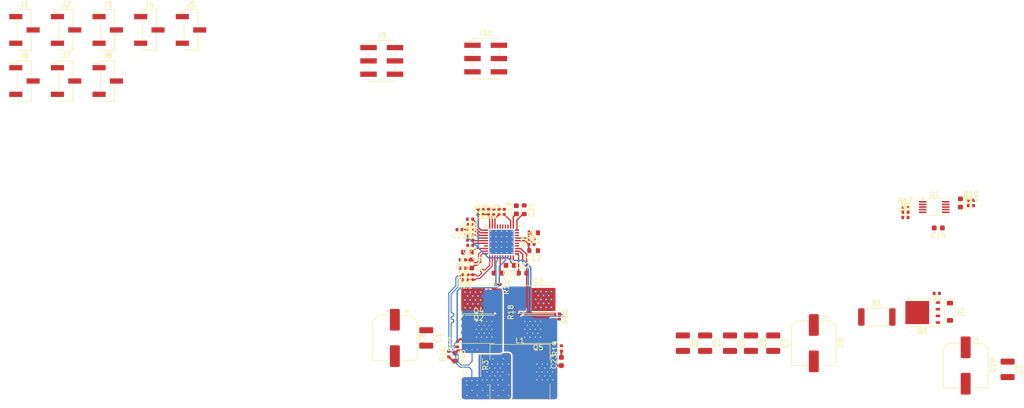
<source format=kicad_pcb>
(kicad_pcb (version 20240108) (generator "pcbnew") (generator_version "8.0")
  (layers (0 "F.Cu" signal) (31 "B.Cu" signal) (34 "B.Paste" user) (35 "F.Paste" user) (36 "B.SilkS" user "B.Silkscreen") (37 "F.SilkS" user "F.Silkscreen") (38 "B.Mask" user) (39 "F.Mask" user) (44 "Edge.Cuts" user))
  (net 0 "")
  (net 1 "GND")
  (net 2 "VBUS")
  (net 3 "/output_A/ISNSP")
  (net 4 "Net-(D1-A)")
  (net 5 "Net-(U2-EN{slash}UVLO)")
  (net 6 "+3V3")
  (net 7 "Net-(U1-Vin-)")
  (net 8 "Net-(U1-Vin+)")
  (net 9 "Net-(U2-HB1)")
  (net 10 "Net-(C18-Pad2)")
  (net 11 "Net-(U2-VCC1)")
  (net 12 "/output_A/VCC2")
  (net 13 "/output_A/BIAS")
  (net 14 "Net-(U2-HB2)")
  (net 15 "/output_A/SW2")
  (net 16 "Net-(C23-Pad2)")
  (net 17 "Net-(U2-ILIMCOMP{slash}ISET)")
  (net 18 "Net-(U2-CDC)")
  (net 19 "Net-(C27-Pad1)")
  (net 20 "Net-(U2-COMP)")
  (net 21 "/output_A/ATRK")
  (net 22 "Net-(D1-K)")
  (net 23 "Net-(J1-Pin_1)")
  (net 24 "Net-(J1-Pin_2)")
  (net 26 "/output_A/MODE")
  (net 27 "Net-(J4-Pin_2)")
  (net 28 "Net-(J4-Pin_1)")
  (net 29 "Net-(J4-Pin_3)")
  (net 30 "/output_A/SYNC")
  (net 31 "/output_A/SCL")
  (net 32 "/output_A/SDA")
  (net 33 "/output_A/DTRK")
  (net 34 "/output_A/RST")
  (net 35 "/output_A/HO1")
  (net 36 "/output_A/HO2")
  (net 37 "/output_A/LO1")
  (net 38 "/output_A/LO2")
  (net 39 "/output_A/DRV")
  (net 40 "Net-(U2-FB{slash}INT)")
  (net 41 "Net-(U2-VIN-FB)")
  (net 42 "Net-(U2-HO1)")
  (net 43 "Net-(U2-LO1)")
  (net 44 "Net-(U2-HO2)")
  (net 45 "Net-(U2-LO2)")
  (net 46 "/output_A/FLT")
  (net 47 "Net-(U2-CFG2)")
  (net 48 "Net-(U2-CFG1(ADDR{slash}SLOPE))")
  (net 49 "Net-(U2-RT)")
  (net 53 "/output_A/ISNS_P")
  (net 54 "/output_A/ISNS_N")
  (net 55 "/output_A/CS_P")
  (net 56 "/output_A/CS_N")
  (net 57 "/output_A/ISNSR_P")
  (net 58 "/output_A/CSR_P")
  (net 59 "/output_A/CSR_N")
  (net 60 "/output_A/ISNSR_N")
  (footprint "" (layer "F.Cu") (at 179.8 120.85)
    (property "Reference" "")
    (property "Value" "")
  )
  (footprint "Resistor_SMD:R_0402_1005Metric" (layer "F.Cu") (at 255.49 115.5 180)
    (property "Reference" "R4")
    (property "Value" "100R")
  )
  (footprint "" (layer "F.Cu") (at 179.3 121.6)
    (property "Reference" "")
    (property "Value" "")
  )
  (footprint "" (layer "F.Cu") (at 171.6 129)
    (property "Reference" "")
    (property "Value" "")
  )
  (footprint "Connector_PinHeader_2.54mm:PinHeader_1x03_P2.54mm_Vertical_SMD_Pin1Left" (layer "F.Cu") (at 89.23 65.19)
    (property "Reference" "J2")
    (property "Value" "Conn_01x03")
  )
  (footprint "Capacitor_SMD:C_0402_1005Metric" (layer "F.Cu") (at 172.9 99.925 90)
    (property "Reference" "C29")
    (property "Value" "47n")
  )
  (footprint "" (layer "F.Cu") (at 178.8 123.85)
    (property "Reference" "")
    (property "Value" "")
  )
  (footprint "" (layer "F.Cu") (at 179.15 129)
    (property "Reference" "")
    (property "Value" "")
  )
  (footprint "" (layer "F.Cu") (at 172.6 132)
    (property "Reference" "")
    (property "Value" "")
  )
  (footprint "Connector_PinHeader_2.54mm:PinHeader_2x03_P2.54mm_Vertical_SMD" (layer "F.Cu") (at 149.5 71.1)
    (property "Reference" "J9")
    (property "Value" "Conn_02x03_Odd_Even")
  )
  (footprint "" (layer "F.Cu") (at 165.75 126.25)
    (property "Reference" "")
    (property "Value" "")
  )
  (footprint "Resistor_SMD:R_0402_1005Metric" (layer "F.Cu") (at 183.8 126 90)
    (property "Reference" "R19")
    (property "Value" "3R")
  )
  (footprint "Capacitor_SMD:C_0603_1608Metric" (layer "F.Cu") (at 183.8 128.5 90)
    (property "Reference" "C23")
    (property "Value" "680p")
  )
  (footprint "" (layer "F.Cu") (at 170.55 120.85)
    (property "Reference" "")
    (property "Value" "")
  )
  (footprint "Capacitor_SMD:C_0603_1608Metric" (layer "F.Cu") (at 174 110.15 180)
    (property "Reference" "C20")
    (property "Value" "22u")
  )
  (footprint "" (layer "F.Cu") (at 180.9 116.65)
    (property "Reference" "")
    (property "Value" "")
  )
  (footprint "Resistor_SMD:R_0603_1608Metric" (layer "F.Cu") (at 165.875 107.625 180)
    (property "Reference" "C13")
    (property "Value" "100n 100V")
  )
  (footprint "" (layer "F.Cu") (at 172.1 131.25)
    (property "Reference" "")
    (property "Value" "")
  )
  (footprint "Package_TO_SOT_SMD:TDSON-8-1" (layer "F.Cu") (at 252.8 119.15 180)
    (property "Reference" "Q1")
    (property "Value" "BSC0702LS")
  )
  (footprint "" (layer "F.Cu") (at 178.9 118.15)
    (property "Reference" "")
    (property "Value" "")
  )
  (footprint "Capacitor_SMD:C_1210_3225Metric" (layer "F.Cu") (at 269 130 -90)
    (property "Reference" "C5")
    (property "Value" "10u 100V")
  )
  (footprint "" (layer "F.Cu") (at 171.1 131.25)
    (property "Reference" "")
    (property "Value" "")
  )
  (footprint "Capacitor_SMD:C_0402_1005Metric" (layer "F.Cu") (at 164.35 103.325 180)
    (property "Reference" "C27")
    (property "Value" "68n")
  )
  (footprint "" (layer "F.Cu") (at 169.55 120.85)
    (property "Reference" "")
    (property "Value" "")
  )
  (footprint "" (layer "F.Cu") (at 165.4 116.75)
    (property "Reference" "")
    (property "Value" "")
  )
  (footprint "" (layer "F.Cu") (at 178.8 122.35)
    (property "Reference" "")
    (property "Value" "")
  )
  (footprint "" (layer "F.Cu") (at 167.75 126.25)
    (property "Reference" "")
    (property "Value" "")
  )
  (footprint "Resistor_SMD:R_0402_1005Metric" (layer "F.Cu") (at 166.4 104.325)
    (property "Reference" "R6")
    (property "Value" "0R")
  )
  (footprint "" (layer "F.Cu") (at 171.6 132)
    (property "Reference" "")
    (property "Value" "")
  )
  (footprint "" (layer "F.Cu") (at 168.4 115.25)
    (property "Reference" "")
    (property "Value" "")
  )
  (footprint "Capacitor_SMD:C_0603_1608Metric" (layer "F.Cu") (at 260 98.225 -90)
    (property "Reference" "C16")
    (property "Value" "100n")
  )
  (footprint "Connector_PinHeader_2.54mm:PinHeader_1x03_P2.54mm_Vertical_SMD_Pin1Left" (layer "F.Cu") (at 97.18 74.94)
    (property "Reference" "J8")
    (property "Value" "Conn_01x03")
  )
  (footprint "Capacitor_SMD:C_1210_3225Metric" (layer "F.Cu") (at 207 125 -90)
    (property "Reference" "C2")
    (property "Value" "10u 100V")
  )
  (footprint "Capacitor_SMD:C_0603_1608Metric" (layer "F.Cu") (at 171.7 111.625 180)
    (property "Reference" "C17")
    (property "Value" "100n")
  )
  (footprint "" (layer "F.Cu") (at 178.9 115.15)
    (property "Reference" "")
    (property "Value" "")
  )
  (footprint "Connector_PinHeader_2.54mm:PinHeader_2x03_P2.54mm_Vertical_SMD" (layer "F.Cu") (at 169.35 70.65)
    (property "Reference" "J10")
    (property "Value" "Conn_02x03_Odd_Even")
  )
  (footprint "" (layer "F.Cu") (at 170.05 121.6)
    (property "Reference" "")
    (property "Value" "")
  )
  (footprint "Resistor_SMD:R_0603_1608Metric" (layer "F.Cu") (at 176.7 99.525 -90)
    (property "Reference" "C21")
    (property "Value" "100n 100V")
  )
  (footprint "Resistor_SMD:R_0402_1005Metric" (layer "F.Cu") (at 178.1 105.125)
    (property "Reference" "R5")
    (property "Value" "30.9k")
  )
  (footprint "" (layer "F.Cu") (at 168.55 120.85)
    (property "Reference" "")
    (property "Value" "")
  )
  (footprint "" (layer "F.Cu") (at 180.4 115.9)
    (property "Reference" "")
    (property "Value" "")
  )
  (footprint "Package_TO_SOT_SMD:TDSON-8-1" (layer "F.Cu") (at 168 122.35)
    (property "Reference" "Q4")
    (property "Value" "BSC0702LS")
  )
  (footprint "Capacitor_SMD:C_0603_1608Metric" (layer "F.Cu") (at 176.4 111.625)
    (property "Reference" "C22")
    (property "Value" "100n")
  )
  (footprint "" (layer "F.Cu") (at 182.15 132)
    (property "Reference" "")
    (property "Value" "")
  )
  (footprint "Capacitor_SMD:C_0402_1005Metric" (layer "F.Cu") (at 166.37 102.325 180)
    (property "Reference" "C28")
    (property "Value" "47p")
  )
  (footprint "" (layer "F.Cu") (at 166.4 115.25)
    (property "Reference" "")
    (property "Value" "")
  )
  (footprint "Inductor_SMD:L_Changjiang_FXL1050" (layer "F.Cu") (at 175.9 130.5)
    (property "Reference" "L1")
    (property "Value" "2.2u")
  )
  (footprint "" (layer "F.Cu") (at 171.1 129.75)
    (property "Reference" "")
    (property "Value" "")
  )
  (footprint "" (layer "F.Cu") (at 170.1 129.75)
    (property "Reference" "")
    (property "Value" "")
  )
  (footprint "" (layer "F.Cu") (at 170.6 130.5)
    (property "Reference" "")
    (property "Value" "")
  )
  (footprint "" (layer "F.Cu") (at 179.65 129.75)
    (property "Reference" "")
    (property "Value" "")
  )
  (footprint "Resistor_SMD:R_0402_1005Metric" (layer "F.Cu") (at 175.3 119.1 90)
    (property "Reference" "R18")
    (property "Value" "3R")
  )
  (footprint "" (layer "F.Cu") (at 181.15 130.5)
    (property "Reference" "")
    (property "Value" "")
  )
  (footprint "" (layer "F.Cu") (at 179.3 123.1)
    (property "Reference" "")
    (property "Value" "")
  )
  (footprint "" (layer "F.Cu") (at 167.9 116)
    (property "Reference" "")
    (property "Value" "")
  )
  (footprint "" (layer "F.Cu") (at 181.4 115.9)
    (property "Reference" "")
    (property "Value" "")
  )
  (footprint "" (layer "F.Cu") (at 180.65 129.75)
    (property "Reference" "")
    (property "Value" "")
  )
  (footprint "" (layer "F.Cu") (at 170.6 132)
    (property "Reference" "")
    (property "Value" "")
  )
  (footprint "" (layer "F.Cu") (at 180.9 115.15)
    (property "Reference" "")
    (property "Value" "")
  )
  (footprint "Resistor_SMD:R_2512_6332Metric" (layer "F.Cu") (at 244.0375 120)
    (property "Reference" "R1")
    (property "Value" "0.010R")
  )
  (footprint "" (layer "F.Cu") (at 180.15 132)
    (property "Reference" "")
    (property "Value" "")
  )
  (footprint "" (layer "F.Cu") (at 177.3 121.6)
    (property "Reference" "")
    (property "Value" "")
  )
  (footprint "Resistor_SMD:R_0402_1005Metric" (layer "F.Cu") (at 249.49 101)
    (property "Reference" "R11")
    (property "Value" "6.98k")
  )
  (footprint "" (layer "F.Cu") (at 179.8 123.85)
    (property "Reference" "")
    (property "Value" "")
  )
  (footprint "Package_SO:VSSOP-10_3x3mm_P0.5mm" (layer "F.Cu") (at 255 99)
    (property "Reference" "U1")
    (property "Value" "INA226")
  )
  (footprint "" (layer "F.Cu") (at 170.6 129)
    (property "Reference" "")
    (property "Value" "")
  )
  (footprint "" (layer "F.Cu") (at 177.8 122.35)
    (property "Reference" "")
    (property "Value" "")
  )
  (footprint "" (layer "F.Cu") (at 179.4 117.4)
    (property "Reference" "")
    (property "Value" "")
  )
  (footprint "Package_TO_SOT_SMD:TDSON-8-1" (layer "F.Cu") (at 179.355 122.345 180)
    (property "Reference" "Q5")
    (property "Value" "BSC0702LS")
  )
  (footprint "" (layer "F.Cu") (at 167.4 115.25)
    (property "Reference" "")
    (property "Value" "")
  )
  (footprint "Resistor_SMD:R_0402_1005Metric" (layer "F.Cu") (at 163.95 125.2 90)
    (property "Reference" "R17")
    (property "Value" "3R")
  )
  (footprint "" (layer "F.Cu") (at 177.3 123.1)
    (property "Reference" "")
    (property "Value" "")
  )
  (footprint "" (layer "F.Cu") (at 177.8 120.85)
    (property "Reference" "")
    (property "Value" "")
  )
  (footprint "Resistor_SMD:R_0402_1005Metric" (layer "F.Cu") (at 171.9 99.935 90)
    (property "Reference" "R26")
    (property "Value" "2.7k")
  )
  (footprint "" (layer "F.Cu") (at 172.6 129)
    (property "Reference" "")
    (property "Value" "")
  )
  (footprint "" (layer "F.Cu") (at 165.4 115.25)
    (property "Reference" "")
    (property "Value" "")
  )
  (footprint "" (layer "F.Cu") (at 178.9 116.65)
    (property "Reference" "")
    (property "Value" "")
  )
  (footprint "" (layer "F.Cu") (at 172.1 129.75)
    (property "Reference" "")
    (property "Value" "")
  )
  (footprint "" (layer "F.Cu") (at 169.55 122.35)
    (property "Reference" "")
    (property "Value" "")
  )
  (footprint "" (layer "F.Cu") (at 169.05 121.6)
    (property "Reference" "")
    (property "Value" "")
  )
  (footprint "Package_TO_SOT_SMD:TDSON-8-1" (layer "F.Cu") (at 179.35 116.65)
    (property "Reference" "Q3")
    (property "Value" "BSC0702LS")
  )
  (footprint "" (layer "F.Cu") (at 180.65 131.25)
    (property "Reference" "")
    (property "Value" "")
  )
  (footprint "" (layer "F.Cu") (at 167.4 118.25)
    (property "Reference" "")
    (property "Value" "")
  )
  (footprint "Resistor_SMD:R_0402_1005Metric" (layer "F.Cu") (at 172.1 114.3 -90)
    (property "Reference" "R15")
    (property "Value" "3R")
  )
  (footprint "" (layer "F.Cu") (at 181.4 117.4)
    (property "Reference" "")
    (property "Value" "")
  )
  (footprint "Package_DFN_QFN:QFN-40-1EP_6x6mm_P0.5mm_EP4.6x4.6mm_ThermalVias" (layer "F.Cu") (at 172.3625 105.675 -90)
    (property "Reference" "U2")
    (property "Value" "LM51772RHAR")
  )
  (footprint "" (layer "F.Cu") (at 167.9 117.5)
    (property "Reference" "")
    (property "Value" "")
  )
  (footprint "" (layer "F.Cu") (at 167.55 122.35)
    (property "Reference" "")
    (property "Value" "")
  )
  (footprint "Resistor_SMD:R_0402_1005Metric" (layer "F.Cu") (at 169.9 99.935 90)
    (property "Reference" "R25")
    (property "Value" "40.2k")
  )
  (footprint "Resistor_SMD:R_0402_1005Metric" (layer "F.Cu") (at 165.41 112.875 180)
    (property "Reference" "R21")
    (property "Value" "10R")
  )
  (footprint "Resistor_SMD:R_0402_1005Metric" (layer "F.Cu") (at 178.09 106.125)
    (property "Reference" "R2")
    (property "Value" "75k")
  )
  (footprint "" (layer "F.Cu") (at 176.8 123.85)
    (property "Reference" "")
    (property "Value" "")
  )
  (footprint "Resistor_SMD:R_0402_1005Metric" (layer "F.Cu") (at 262 97.725)
    (property "Reference" "R10")
    (property "Value" "10R")
  )
  (footprint "" (layer "F.Cu") (at 166.75 126.25)
    (property "Reference" "")
    (property "Value" "")
  )
  (footprint "" (layer "F.Cu") (at 165.9 117.5)
    (property "Reference" "")
    (property "Value" "")
  )
  (footprint "Resistor_SMD:R_2512_6332Metric" (layer "F.Cu") (at 166.7 129.2 -90)
    (property "Reference" "R3")
    (property "Value" "0.003R")
  )
  (footprint "" (layer "F.Cu") (at 168.55 122.35)
    (property "Reference" "")
    (property "Value" "")
  )
  (footprint "Resistor_SMD:R_0402_1005Metric" (layer "F.Cu") (at 167.9 99.95 -90)
    (property "Reference" "R22")
    (property "Value" "6.98k")
  )
  (footprint "Capacitor_SMD:C_1210_3225Metric" (layer "F.Cu") (at 224.25 125 -90)
    (property "Reference" "C7")
    (property "Value" "10u 100V")
  )
  (footprint "" (layer "F.Cu") (at 182.15 129)
    (property "Reference" "")
    (property "Value" "")
  )
  (footprint "" (layer "F.Cu") (at 181.15 129)
    (property "Reference" "")
    (property "Value" "")
  )
  (footprint "" (layer "F.Cu") (at 176.8 120.85)
    (property "Reference" "")
    (property "Value" "")
  )
  (footprint "" (layer "F.Cu") (at 181.9 115.15)
    (property "Reference" "")
    (property "Value" "")
  )
  (footprint "Capacitor_SMD:C_1210_3225Metric" (layer "F.Cu") (at 220 125 -90)
    (property "Reference" "C8")
    (property "Value" "10u 100V")
  )
  (footprint "" (layer "F.Cu") (at 177.8 123.85)
    (property "Reference" "")
    (property "Value" "")
  )
  (footprint "" (layer "F.Cu") (at 168.4 118.25)
    (property "Reference" "")
    (property "Value" "")
  )
  (footprint "Resistor_SMD:R_0603_1608Metric" (layer "F.Cu") (at 178.5 103.925 180)
    (property "Reference" "C11")
    (property "Value" "100n 100V")
  )
  (footprint "" (layer "F.Cu") (at 181.65 131.25)
    (property "Reference" "")
    (property "Value" "")
  )
  (footprint "Capacitor_SMD:C_0402_1005Metric" (layer "F.Cu") (at 166.9 112.4 90)
    (property "Reference" "C24")
    (property "Value" "120p")
  )
  (footprint "" (layer "F.Cu") (at 179.9 118.15)
    (property "Reference" "")
    (property "Value" "")
  )
  (footprint "Diode_SMD:D_SOD-123" (layer "F.Cu") (at 258 119 -90)
    (property "Reference" "D1")
    (property "Value" "15V")
  )
  (footprint "Capacitor_SMD:C_0603_1608Metric" (layer "F.Cu") (at 166.675 109.875 -90)
    (property "Reference" "C15")
    (property "Value" "100n")
  )
  (footprint "Resistor_SMD:R_0402_1005Metric" (layer "F.Cu") (at 249.49 100)
    (property "Reference" "R8")
    (property "Value" "6.98k")
  )
  (footprint "" (layer "F.Cu") (at 169.6 132)
    (property "Reference" "")
    (property "Value" "")
  )
  (footprint "Connector_PinHeader_2.54mm:PinHeader_1x03_P2.54mm_Vertical_SMD_Pin1Left" (layer "F.Cu") (at 97.18 65.19)
    (property "Reference" "J3")
    (property "Value" "Conn_01x03")
  )
  (footprint "" (layer "F.Cu") (at 168.4 116.75)
    (property "Reference" "")
    (property "Value" "")
  )
  (footprint "Resistor_SMD:R_0402_1005Metric" (layer "F.Cu") (at 249.49 99)
    (property "Reference" "R12")
    (property "Value" "6.98k")
  )
  (footprint "" (layer "F.Cu") (at 172.6 130.5)
    (property "Reference" "")
    (property "Value" "")
  )
  (footprint "" (layer "F.Cu") (at 167.55 120.85)
    (property "Reference" "")
    (property "Value" "")
  )
  (footprint "" (layer "F.Cu") (at 178.3 121.6)
    (property "Reference" "")
    (property "Value" "")
  )
  (footprint "" (layer "F.Cu") (at 180.15 129)
    (property "Reference" "")
    (property "Value" "")
  )
  (footprint "Resistor_SMD:R_0402_1005Metric" (layer "F.Cu") (at 164.975 110.675 180)
    (property "Reference" "R9")
    (property "Value" "0R")
  )
  (footprint "Capacitor_SMD:CP_Elec_8x11.9" (layer "F.Cu") (at 261 129.27 -90)
    (property "Reference" "C10")
    (property "Value" "39u 50V")
  )
  (footprint "" (layer "F.Cu") (at 165.7 132.15)
    (property "Reference" "")
    (property "Value" "")
  )
  (footprint "Capacitor_SMD:CP_Elec_8x11.9" (layer "F.Cu") (at 232 125 -90)
    (property "Reference" "C9")
    (property "Value" "39u 50V")
  )
  (footprint "" (layer "F.Cu") (at 181.9 118.15)
    (property "Reference" "")
    (property "Value" "")
  )
  (footprint "" (layer "F.Cu") (at 179.4 115.9)
    (property "Reference" "")
    (property "Value" "")
  )
  (footprint "" (layer "F.Cu") (at 169.6 129)
    (property "Reference" "")
    (property "Value" "")
  )
  (footprint "" (layer "F.Cu") (at 179.8 122.35)
    (property "Reference" "")
    (property "Value" "")
  )
  (footprint "" (layer "F.Cu") (at 167.55 123.85)
    (property "Reference" "")
    (property "Value" "")
  )
  (footprint "Capacitor_SMD:C_0603_1608Metric" (layer "F.Cu") (at 163.5 127.65 -90)
    (property "Reference" "C18")
    (property "Value" "680p")
  )
  (footprint "Connector_PinHeader_2.54mm:PinHeader_1x03_P2.54mm_Vertical_SMD_Pin1Left" (layer "F.Cu") (at 105.13 65.19)
    (property "Reference" "J4")
    (property "Value" "Conn_01x03")
  )
  (footprint "Resistor_SMD:R_0402_1005Metric" (layer "F.Cu") (at 166.38 103.325 180)
    (property "Reference" "R24")
    (property "Value" "6.98k")
  )
  (footprint "" (layer "F.Cu") (at 167.7 132.15)
    (property "Reference" "")
    (property "Value" "")
  )
  (footprint "" (layer "F.Cu") (at 178.8 120.85)
    (property "Reference" "")
    (property "Value" "")
  )
  (footprint "Resistor_SMD:R_0402_1005Metric" (layer "F.Cu") (at 164.975 109.075 180)
    (property "Reference" "R13")
    (property "Value" "0R")
  )
  (footprint "Connector_PinHeader_2.54mm:PinHeader_1x03_P2.54mm_Vertical_SMD_Pin1Left" (layer "F.Cu") (at 113.08 65.19)
    (property "Reference" "J5")
    (property "Value" "Conn_01x03")
  )
  (footprint "Resistor_SMD:R_0402_1005Metric" (layer "F.Cu") (at 162.3 127.1 90)
    (property "Reference" "R16")
    (property "Value" "3R")
  )
  (footprint "Package_TO_SOT_SMD:TDSON-8-1" (layer "F.Cu") (at 168 116.695 180)
    (property "Reference" "Q2")
    (property "Value" "BSC0702LS")
  )
  (footprint "" (layer "F.Cu") (at 167.4 116.75)
    (property "Reference" "")
    (property "Value" "")
  )
  (footprint "" (layer "F.Cu") (at 179.9 115.15)
    (property "Reference" "")
    (property "Value" "")
  )
  (footprint "Resistor_SMD:R_0402_1005Metric" (layer "F.Cu") (at 170.9 99.935 90)
    (property "Reference" "R27")
    (property "Value" "0R")
  )
  (footprint "" (layer "F.Cu") (at 169.6 130.5)
    (property "Reference" "")
    (property "Value" "")
  )
  (footprint "" (layer "F.Cu") (at 170.55 123.85)
    (property "Reference" "")
    (property "Value" "")
  )
  (footprint "" (layer "F.Cu") (at 179.65 131.25)
    (property "Reference" "")
    (property "Value" "")
  )
  (footprint "" (layer "F.Cu") (at 180.4 117.4)
    (property "Reference" "")
    (property "Value" "")
  )
  (footprint "" (layer "F.Cu") (at 168.05 123.1)
    (property "Reference" "")
    (property "Value" "")
  )
  (footprint "Resistor_SMD:R_0402_1005Metric" (layer "F.Cu") (at 183.4 119.9 -90)
    (property "Reference" "R20")
    (property "Value" "3R")
  )
  (footprint "" (layer "F.Cu") (at 180.9 118.15)
    (property "Reference" "")
    (property "Value" "")
  )
  (footprint "Capacitor_SMD:C_0402_1005Metric" (layer "F.Cu") (at 166.395 106.325 180)
    (property "Reference" "C25")
    (property "Value" "100p")
  )
  (footprint "" (layer "F.Cu") (at 168.55 123.85)
    (property "Reference" "")
    (property "Value" "")
  )
  (footprint "Connector_PinHeader_2.54mm:PinHeader_1x03_P2.54mm_Vertical_SMD_Pin1Left" (layer "F.Cu") (at 89.23 74.94)
    (property "Reference" "J7")
    (property "Value" "Conn_01x03")
  )
  (footprint "" (layer "F.Cu") (at 181.15 132)
    (property "Reference" "")
    (property "Value" "")
  )
  (footprint "Resistor_SMD:R_0402_1005Metric" (layer "F.Cu") (at 166.36 101.325 180)
    (property "Reference" "R28")
    (property "Value" "30.9k")
  )
  (footprint "" (layer "F.Cu") (at 179.15 130.5)
    (property "Reference" "")
    (property "Value" "")
  )
  (footprint "" (layer "F.Cu") (at 180.15 130.5)
    (property "Reference" "")
    (property "Value" "")
  )
  (footprint "" (layer "F.Cu") (at 179.9 116.65)
    (property "Reference" "")
    (property "Value" "")
  )
  (footprint "Capacitor_SMD:C_0603_1608Metric" (layer "F.Cu") (at 175.2 99.525 90)
    (property "Reference" "C19")
    (property "Value" "22u")
  )
  (footprint "" (layer "F.Cu") (at 178.3 123.1)
    (property "Reference" "")
    (property "Value" "")
  )
  (footprint "Capacitor_SMD:CP_Elec_8x11.9" (layer "F.Cu") (at 152 124 -90)
    (property "Reference" "C6")
    (property "Value" "39u 50V")
  )
  (footprint "Resistor_SMD:R_0603_1608Metric" (layer "F.Cu") (at 178.5 107.325 180)
    (property "Reference" "C12")
    (property "Value" "100n 100V")
  )
  (footprint "" (layer "F.Cu") (at 165.4 118.25)
    (property "Reference" "")
    (property "Value" "")
  )
  (footprint "Connector_PinHeader_2.54mm:PinHeader_1x03_P2.54mm_Vertical_SMD_Pin1Left" (layer "F.Cu") (at 81.28 74.94)
    (property "Reference" "J6")
    (property "Value" "Conn_01x03")
  )
  (footprint "" (layer "F.Cu") (at 170.55 122.35)
    (property "Reference" "")
    (property "Value" "")
  )
  (footprint "" (layer "F.Cu") (at 170.05 123.1)
    (property "Reference" "")
    (property "Value" "")
  )
  (footprint "Capacitor_SMD:C_0603_1608Metric" (layer "F.Cu") (at 255.775 103 180)
    (property "Reference" "C14")
    (property "Value" "100n")
  )
  (footprint "" (layer "F.Cu") (at 182.15 130.5)
    (property "Reference" "")
    (property "Value" "")
  )
  (footprint "Capacitor_SMD:C_1210_3225Metric" (layer "F.Cu") (at 216 125 -90)
    (property "Reference" "C4")
    (property "Value" "10u 100V")
  )
  (footprint "" (layer "F.Cu") (at 171.6 130.5)
    (property "Reference" "")
    (property "Value" "")
  )
  (footprint "" (layer "F.Cu") (at 181.65 129.75)
    (property "Reference" "")
    (property "Value" "")
  )
  (footprint "" (layer "F.Cu") (at 166.4 118.25)
    (property "Reference" "")
    (property "Value" "")
  )
  (footprint "Resistor_SMD:R_0402_1005Metric" (layer "F.Cu") (at 262 98.725)
    (property "Reference" "R14")
    (property "Value" "10R")
  )
  (footprint "Resistor_SMD:R_0402_1005Metric" (layer "F.Cu") (at 166.4 105.325)
    (property "Reference" "R7")
    (property "Value" "0R")
  )
  (footprint "" (layer "F.Cu") (at 166.9 116)
    (property "Reference" "")
    (property "Value" "")
  )
  (footprint "Resistor_SMD:R_0402_1005Metric" (layer "F.Cu") (at 165.41 111.92 180)
    (property "Reference" "R23")
    (property "Value" "10R")
  )
  (footprint "" (layer "F.Cu") (at 169.55 123.85)
    (property "Reference" "")
    (property "Value" "")
  )
  (footprint "Connector_PinHeader_2.54mm:PinHeader_1x03_P2.54mm_Vertical_SMD_Pin1Left" (layer "F.Cu") (at 81.28 65.19)
    (property "Reference" "J1")
    (property "Value" "Conn_01x03")
  )
  (footprint "" (layer "F.Cu") (at 181.9 116.65)
    (property "Reference" "")
    (property "Value" "")
  )
  (footprint "Capacitor_SMD:C_1210_3225Metric" (layer "F.Cu") (at 158 124 -90)
    (property "Reference" "C1")
    (property "Value" "10u 100V")
  )
  (footprint "" (layer "F.Cu") (at 166.7 132.15)
    (property "Reference" "")
    (property "Value" "")
  )
  (footprint "" (layer "F.Cu") (at 179.15 132)
    (property "Reference" "")
    (property "Value" "")
  )
  (footprint "" (layer "F.Cu") (at 168.05 121.6)
    (property "Reference" "")
    (property "Value" "")
  )
  (footprint "" (layer "F.Cu") (at 166.4 116.75)
    (property "Reference" "")
    (property "Value" "")
  )
  (footprint "Capacitor_SMD:C_0402_1005Metric" (layer "F.Cu") (at 168.9 99.925 90)
    (property "Reference" "C26")
    (property "Value" "56p")
  )
  (footprint "Capacitor_SMD:C_1210_3225Metric" (layer "F.Cu") (at 211.25 125 -90)
    (property "Reference" "C3")
    (property "Value" "10u 100V")
  )
  (footprint "" (layer "F.Cu") (at 176.8 122.35)
    (property "Reference" "")
    (property "Value" "")
  )
  (footprint "" (layer "F.Cu") (at 166.9 117.5)
    (property "Reference" "")
    (property "Value" "")
  )
  (footprint "" (layer "F.Cu") (at 170.1 131.25)
    (property "Reference" "")
    (property "Value" "")
  )
  (footprint "" (layer "F.Cu") (at 165.9 116)
    (property "Reference" "")
    (property "Value" "")
  )
  (footprint "" (layer "F.Cu") (at 169.05 123.1)
    (property "Reference" "")
    (property "Value" "")
  )
  (segment (start 177.58 106.125) (end 176.88 105.425) (width 0.254) (layer "F.Cu") (net 2))
  (segment (start 177.58 106.125) (end 177.58 107.23) (width 0.254) (layer "F.Cu") (net 2))
  (segment (start 177.58 107.23) (end 177.675 107.325) (width 0.254) (layer "F.Cu") (net 2))
  (segment (start 176.88 105.425) (end 175.3 105.425) (width 0.254) (layer "F.Cu") (net 2))
  (segment (start 177.39 104.925) (end 175.3125 104.925) (width 0.254) (layer "F.Cu") (net 5))
  (segment (start 177.59 105.125) (end 177.39 104.925) (width 0.254) (layer "F.Cu") (net 5))
  (segment (start 177.59 104.01) (end 177.675 103.925) (width 0.254) (layer "F.Cu") (net 5))
  (segment (start 177.59 105.125) (end 177.6 105.125) (width 0.254) (layer "F.Cu") (net 5))
  (segment (start 177.6 105.125) (end 178.6 106.125) (width 0.254) (layer "F.Cu") (net 5))
  (segment (start 177.59 105.125) (end 177.59 104.01) (width 0.254) (layer "F.Cu") (net 5))
  (segment (start 172.1125 111.2625) (end 172.1125 108.6125) (width 0.254) (layer "F.Cu") (net 9))
  (segment (start 172.475 111.625) (end 172.1125 111.2625) (width 0.254) (layer "F.Cu") (net 9))
  (segment (start 163.5 128.425) (end 163.115 128.425) (width 0.381) (layer "F.Cu") (net 10))
  (segment (start 163.115 128.425) (end 162.3 127.61) (width 0.381) (layer "F.Cu") (net 10))
  (segment (start 174.6125 100.8875) (end 175.2 100.3) (width 0.254) (layer "F.Cu") (net 11))
  (segment (start 174.6125 102.7375) (end 174.6125 100.8875) (width 0.254) (layer "F.Cu") (net 11))
  (segment (start 174.1125 109.4875) (end 174.775 110.15) (width 0.254) (layer "F.Cu") (net 12))
  (segment (start 174.1125 109.2) (end 174.1125 108.6125) (width 0.254) (layer "F.Cu") (net 12))
  (segment (start 165.45 104.3) (end 165.865 104.3) (width 0.254) (layer "F.Cu") (net 12))
  (segment (start 167.9 99.44) (end 167.9 99.84) (width 0.254) (layer "F.Cu") (net 12))
  (segment (start 165.865 104.3) (end 165.89 104.325) (width 0.254) (layer "F.Cu") (net 12))
  (segment (start 174.1125 109.2) (end 174.1125 109.4875) (width 0.254) (layer "F.Cu") (net 12))
  (via (at 165.45 104.3) (size 0.3) (drill 0.15) (layers "F.Cu" "B.Cu") (net 12))
  (via (at 167.9 99.84) (size 0.3) (drill 0.15) (layers "F.Cu" "B.Cu") (net 12))
  (via (at 174.1125 109.2) (size 0.3) (drill 0.15) (layers "F.Cu" "B.Cu") (net 12))
  (segment (start 169.85 108.7) (end 168.025 106.875) (width 0.254) (layer "B.Cu") (net 12))
  (segment (start 173.6125 108.7) (end 169.85 108.7) (width 0.254) (layer "B.Cu") (net 12))
  (segment (start 167.9 99.84) (end 167.9 106.75) (width 0.254) (layer "B.Cu") (net 12))
  (segment (start 167.9 106.75) (end 168.025 106.875) (width 0.254) (layer "B.Cu") (net 12))
  (segment (start 168.025 106.875) (end 165.45 104.3) (width 0.254) (layer "B.Cu") (net 12))
  (segment (start 174.1125 109.2) (end 173.6125 108.7) (width 0.254) (layer "B.Cu") (net 12))
  (segment (start 176.4625 100.35) (end 176.7 100.35) (width 0.254) (layer "F.Cu") (net 13))
  (segment (start 175.3125 101.5) (end 176.4625 100.35) (width 0.254) (layer "F.Cu") (net 13))
  (segment (start 175.3 103.425) (end 175.3125 103.4125) (width 0.254) (layer "F.Cu") (net 13))
  (segment (start 175.3125 103.4125) (end 175.3125 101.5) (width 0.254) (layer "F.Cu") (net 13))
  (segment (start 175.625 108.25) (end 175.3 107.925) (width 0.254) (layer "F.Cu") (net 14))
  (segment (start 175.625 111.625) (end 175.625 108.25) (width 0.254) (layer "F.Cu") (net 14))
  (segment (start 181.875 129.275) (end 180.65 130.5) (width 0.381) (layer "F.Cu") (net 15))
  (segment (start 177.175 111.625) (end 177.175 108.0625) (width 0.254) (layer "F.Cu") (net 15))
  (segment (start 176.855 114.745) (end 176.45 114.745) (width 0.254) (layer "F.Cu") (net 15))
  (segment (start 177.175 114.425) (end 176.855 114.745) (width 0.254) (layer "F.Cu") (net 15))
  (segment (start 177.175 108.0625) (end 176.0375 106.925) (width 0.254) (layer "F.Cu") (net 15))
  (segment (start 179.525 121.125) (end 178.3 122.35) (width 0.381) (layer "F.Cu") (net 15))
  (segment (start 177.175 111.625) (end 177.175 114.425) (width 0.254) (layer "F.Cu") (net 15))
  (segment (start 183.8 129.275) (end 181.675 129.275) (width 0.381) (layer "F.Cu") (net 15))
  (segment (start 176.0375 106.925) (end 175.3 106.925) (width 0.254) (layer "F.Cu") (net 15))
  (segment (start 183.8 126.51) (end 183.8 127.725) (width 0.381) (layer "F.Cu") (net 16))
  (segment (start 166.875 106.325) (end 167.275 105.925) (width 0.254) (layer "F.Cu") (net 17))
  (segment (start 167.275 105.925) (end 169.425 105.925) (width 0.254) (layer "F.Cu") (net 17))
  (segment (start 169.86 100.405) (end 169.9 100.445) (width 0.254) (layer "F.Cu") (net 18))
  (segment (start 170.1125 100.6575) (end 169.9 100.445) (width 0.254) (layer "F.Cu") (net 18))
  (segment (start 168.9 100.405) (end 169.86 100.405) (width 0.254) (layer "F.Cu") (net 18))
  (segment (start 170.1125 102.7375) (end 170.1125 100.6575) (width 0.254) (layer "F.Cu") (net 18))
  (segment (start 165.87 103.325) (end 164.83 103.325) (width 0.254) (layer "F.Cu") (net 19))
  (segment (start 169.425 104.425) (end 168.195448 104.425) (width 0.254) (layer "F.Cu") (net 20))
  (segment (start 167.095448 103.325) (end 166.89 103.325) (width 0.254) (layer "F.Cu") (net 20))
  (segment (start 168.195448 104.425) (end 167.095448 103.325) (width 0.254) (layer "F.Cu") (net 20))
  (segment (start 174.1125 101.6175) (end 174.1125 102.7375) (width 0.254) (layer "F.Cu") (net 21))
  (segment (start 172.9 100.405) (end 174.1125 101.6175) (width 0.254) (layer "F.Cu") (net 21))
  (segment (start 172.08 114.79) (end 172.1 114.81) (width 0.381) (layer "F.Cu") (net 35))
  (segment (start 170.9 114.79) (end 172.08 114.79) (width 0.381) (layer "F.Cu") (net 35))
  (segment (start 176.415 118.59) (end 176.45 118.555) (width 0.381) (layer "F.Cu") (net 36))
  (segment (start 175.3 118.59) (end 176.415 118.59) (width 0.381) (layer "F.Cu") (net 36))
  (segment (start 165.1 124.255) (end 164.385 124.255) (width 0.381) (layer "F.Cu") (net 37))
  (segment (start 164.385 124.255) (end 163.95 124.69) (width 0.381) (layer "F.Cu") (net 37))
  (segment (start 182.255 120.44) (end 183.37 120.44) (width 0.381) (layer "F.Cu") (net 38))
  (segment (start 183.37 120.44) (end 183.4 120.41) (width 0.381) (layer "F.Cu") (net 38))
  (segment (start 167.453396 104.325) (end 168.053396 104.925) (width 0.254) (layer "F.Cu") (net 40))
  (segment (start 166.91 104.325) (end 167.453396 104.325) (width 0.254) (layer "F.Cu") (net 40))
  (segment (start 168.053396 104.925) (end 169.425 104.925) (width 0.254) (layer "F.Cu") (net 40))
  (segment (start 166.91 105.325) (end 167.01 105.425) (width 0.254) (layer "F.Cu") (net 41))
  (segment (start 167.01 105.425) (end 169.425 105.425) (width 0.254) (layer "F.Cu") (net 41))
  (segment (start 171.31 113.79) (end 171.3 113.8) (width 0.381) (layer "F.Cu") (net 42))
  (segment (start 171.6125 108.6125) (end 171.6125 109.2) (width 0.254) (layer "F.Cu") (net 42))
  (segment (start 172.1 113.79) (end 171.31 113.79) (width 0.381) (layer "F.Cu") (net 42))
  (via (at 171.3 113.8) (size 0.6) (drill 0.2) (layers "F.Cu" "B.Cu") (net 42))
  (via (at 171.6125 109.2) (size 0.3) (drill 0.15) (layers "F.Cu" "B.Cu") (net 42))
  (segment (start 171.6 109.2) (end 171.3 109.5) (width 0.254) (layer "B.Cu") (net 42))
  (segment (start 171.3 109.5) (end 171.3 113.8) (width 0.254) (layer "B.Cu") (net 42))
  (segment (start 171.6125 109.2) (end 171.6 109.2) (width 0.254) (layer "B.Cu") (net 42))
  (segment (start 163.95 125.71) (end 163.95 125.685704) (width 0.254) (layer "F.Cu") (net 43))
  (segment (start 163.36 125.71) (end 163.95 125.71) (width 0.254) (layer "F.Cu") (net 43))
  (segment (start 173.1125 108.6125) (end 173.1125 109.2) (width 0.254) (layer "F.Cu") (net 43))
  (segment (start 163.35 125.7) (end 163.36 125.71) (width 0.254) (layer "F.Cu") (net 43))
  (via (at 173.1125 109.2) (size 0.3) (drill 0.15) (layers "F.Cu" "B.Cu") (net 43))
  (via (at 163.35 125.7) (size 0.6) (drill 0.2) (layers "F.Cu" "B.Cu") (net 43))
  (segment (start 163.9 124.708794) (end 163.9 115.05) (width 0.254) (layer "B.Cu") (net 43))
  (segment (start 171.559712 114.427) (end 171.95 114.036712) (width 0.254) (layer "B.Cu") (net 43))
  (segment (start 163.35 125.258794) (end 163.9 124.708794) (width 0.254) (layer "B.Cu") (net 43))
  (segment (start 164.523 114.427) (end 171.559712 114.427) (width 0.254) (layer "B.Cu") (net 43))
  (segment (start 171.95 114.036712) (end 171.95 110.3625) (width 0.254) (layer "B.Cu") (net 43))
  (segment (start 163.35 125.7) (end 163.35 125.258794) (width 0.254) (layer "B.Cu") (net 43))
  (segment (start 171.95 110.3625) (end 173.1125 109.2) (width 0.254) (layer "B.Cu") (net 43))
  (segment (start 163.9 115.05) (end 164.523 114.427) (width 0.254) (layer "B.Cu") (net 43))
  (segment (start 175.3 119.61) (end 175.793287 119.61) (width 0.381) (layer "F.Cu") (net 44))
  (segment (start 175.793287 119.61) (end 176.099729 119.303558) (width 0.381) (layer "F.Cu") (net 44))
  (segment (start 175.765068 107.425) (end 175.3 107.425) (width 0.254) (layer "F.Cu") (net 44))
  (segment (start 176.4125 108.072432) (end 175.765068 107.425) (width 0.254) (layer "F.Cu") (net 44))
  (segment (start 176.4125 109.677) (end 176.4125 108.072432) (width 0.254) (layer "F.Cu") (net 44))
  (via (at 176.099729 119.303558) (size 0.6) (drill 0.2) (layers "F.Cu" "B.Cu") (net 44))
  (via (at 176.4125 109.677) (size 0.3) (drill 0.15) (layers "F.Cu" "B.Cu") (net 44))
  (segment (start 176.95 119.3) (end 176.103287 119.3) (width 0.254) (layer "B.Cu") (net 44))
  (segment (start 177.5 110.7645) (end 177.5 118.75) (width 0.254) (layer "B.Cu") (net 44))
  (segment (start 177.5 118.75) (end 176.95 119.3) (width 0.254) (layer "B.Cu") (net 44))
  (segment (start 176.4125 109.677) (end 177.5 110.7645) (width 0.254) (layer "B.Cu") (net 44))
  (segment (start 176.103287 119.3) (end 176.099729 119.303558) (width 0.254) (layer "B.Cu") (net 44))
  (segment (start 183.570186 119.39) (end 183.4 119.39) (width 0.381) (layer "F.Cu") (net 45))
  (segment (start 183.906322 119.726136) (end 183.570186 119.39) (width 0.381) (layer "F.Cu") (net 45))
  (segment (start 174.6125 108.6125) (end 174.6125 109.2) (width 0.254) (layer "F.Cu") (net 45))
  (via (at 183.906322 119.726136) (size 0.6) (drill 0.2) (layers "F.Cu" "B.Cu") (net 45))
  (via (at 174.6125 109.2) (size 0.3) (drill 0.15) (layers "F.Cu" "B.Cu") (net 45))
  (segment (start 183.906322 119.726136) (end 183.782458 119.85) (width 0.254) (layer "B.Cu") (net 45))
  (segment (start 177.95 118.942053) (end 177.954 118.938053) (width 0.254) (layer "B.Cu") (net 45))
  (segment (start 177.95 118.95) (end 177.95 118.942053) (width 0.254) (layer "B.Cu") (net 45))
  (segment (start 176.61008 109.2) (end 174.6125 109.2) (width 0.254) (layer "B.Cu") (net 45))
  (segment (start 183.782458 119.85) (end 178.85 119.85) (width 0.254) (layer "B.Cu") (net 45))
  (segment (start 177.954 110.54392) (end 176.61008 109.2) (width 0.254) (layer "B.Cu") (net 45))
  (segment (start 178.85 119.85) (end 177.95 118.95) (width 0.254) (layer "B.Cu") (net 45))
  (segment (start 177.954 118.938053) (end 177.954 110.54392) (width 0.254) (layer "B.Cu") (net 45))
  (segment (start 167.9665 100.5265) (end 167.9665 102.911948) (width 0.254) (layer "F.Cu") (net 46))
  (segment (start 168.479552 103.425) (end 169.425 103.425) (width 0.254) (layer "F.Cu") (net 46))
  (segment (start 167.9 100.46) (end 167.9665 100.5265) (width 0.254) (layer "F.Cu") (net 46))
  (segment (start 167.9 100.46) (end 167.9725 100.46) (width 0.254) (layer "F.Cu") (net 46))
  (segment (start 167.9665 102.911948) (end 168.479552 103.425) (width 0.254) (layer "F.Cu") (net 46))
  (segment (start 171.9 100.445) (end 171.1125 101.2325) (width 0.254) (layer "F.Cu") (net 47))
  (segment (start 171.1125 101.2325) (end 171.1125 102.7375) (width 0.254) (layer "F.Cu") (net 47))
  (segment (start 170.6125 100.7325) (end 170.6125 102.7375) (width 0.254) (layer "F.Cu") (net 48))
  (segment (start 170.9 100.445) (end 170.6125 100.7325) (width 0.254) (layer "F.Cu") (net 48))
  (segment (start 168.3375 103.925) (end 167.5125 103.1) (width 0.254) (layer "F.Cu") (net 49))
  (segment (start 167.5125 101.9675) (end 166.87 101.325) (width 0.254) (layer "F.Cu") (net 49))
  (segment (start 169.425 103.925) (end 168.3375 103.925) (width 0.254) (layer "F.Cu") (net 49))
  (segment (start 167.5125 103.1) (end 167.5125 101.9675) (width 0.254) (layer "F.Cu") (net 49))
  (segment (start 166.675 110.625) (end 166.675 110.65) (width 0.254) (layer "F.Cu") (net 53))
  (segment (start 168.4375 109.157296) (end 168.4375 109.474206) (width 0.2) (layer "F.Cu") (net 53))
  (segment (start 167.223 110.127) (end 167.6125 110.127) (width 0.254) (layer "F.Cu") (net 53))
  (segment (start 168.4375 109.474206) (end 167.784706 110.127) (width 0.2) (layer "F.Cu") (net 53))
  (segment (start 165.51 110.65) (end 165.485 110.675) (width 0.254) (layer "F.Cu") (net 53))
  (segment (start 168.781249 107.9) (end 168.723851 107.9) (width 0.2) (layer "F.Cu") (net 53))
  (segment (start 167.784706 110.127) (end 167.6125 110.127) (width 0.2) (layer "F.Cu") (net 53))
  (segment (start 166.675 110.65) (end 165.51 110.65) (width 0.254) (layer "F.Cu") (net 53))
  (segment (start 168.723851 107.9) (end 168.4375 108.186351) (width 0.2) (layer "F.Cu") (net 53))
  (segment (start 168.4375 108.63456) (end 168.4375 109.157296) (width 0.2) (layer "F.Cu") (net 53))
  (segment (start 166.675 110.65) (end 166.7 110.65) (width 0.254) (layer "F.Cu") (net 53))
  (segment (start 166.7 110.65) (end 167.223 110.127) (width 0.254) (layer "F.Cu") (net 53))
  (segment (start 169.425 107.925) (end 168.806249 107.925) (width 0.2) (layer "F.Cu") (net 53))
  (segment (start 168.4375 108.186351) (end 168.4375 108.63456) (width 0.2) (layer "F.Cu") (net 53))
  (segment (start 168.806249 107.925) (end 168.781249 107.9) (width 0.2) (layer "F.Cu") (net 53))
  (segment (start 168.781249 107.45) (end 168.806249 107.425) (width 0.2) (layer "F.Cu") (net 54))
  (segment (start 167.9875 109.248) (end 167.9875 107.999951) (width 0.2) (layer "F.Cu") (net 54))
  (segment (start 166.7 109.1) (end 167.223 109.623) (width 0.254) (layer "F.Cu") (net 54))
  (segment (start 166.675 109.1) (end 165.51 109.1) (width 0.254) (layer "F.Cu") (net 54))
  (segment (start 167.6125 109.623) (end 167.9875 109.248) (width 0.2) (layer "F.Cu") (net 54))
  (segment (start 167.9875 107.999951) (end 168.537451 107.45) (width 0.2) (layer "F.Cu") (net 54))
  (segment (start 166.675 109.1) (end 166.7 109.1) (width 0.254) (layer "F.Cu") (net 54))
  (segment (start 165.51 109.1) (end 165.485 109.075) (width 0.254) (layer "F.Cu") (net 54))
  (segment (start 168.537451 107.45) (end 168.781249 107.45) (width 0.2) (layer "F.Cu") (net 54))
  (segment (start 168.806249 107.425) (end 169.425 107.425) (width 0.2) (layer "F.Cu") (net 54))
  (segment (start 167.223 109.623) (end 167.6125 109.623) (width 0.254) (layer "F.Cu") (net 54))
  (segment (start 170.5875 110.2807) (end 168.2432 112.625) (width 0.2) (layer "F.Cu") (net 55))
  (segment (start 166.9 112.88) (end 165.925 112.88) (width 0.2) (layer "F.Cu") (net 55))
  (segment (start 168.2432 112.625) (end 167.620001 112.625) (width 0.2) (layer "F.Cu") (net 55))
  (segment (start 170.6125 108.6125) (end 170.6125 109.231251) (width 0.2) (layer "F.Cu") (net 55))
  (segment (start 170.5875 109.256251) (end 170.5875 110.2807) (width 0.2) (layer "F.Cu") (net 55))
  (segment (start 167.365001 112.88) (end 166.9 112.88) (width 0.2) (layer "F.Cu") (net 55))
  (segment (start 170.6125 109.231251) (end 170.5875 109.256251) (width 0.2) (layer "F.Cu") (net 55))
  (segment (start 167.620001 112.625) (end 167.365001 112.88) (width 0.2) (layer "F.Cu") (net 55))
  (segment (start 165.925 112.88) (end 165.92 112.875) (width 0.2) (layer "F.Cu") (net 55))
  (segment (start 170.1375 109.256251) (end 170.1375 110.0943) (width 0.2) (layer "F.Cu") (net 56))
  (segment (start 168.0568 112.175) (end 167.620001 112.175) (width 0.2) (layer "F.Cu") (net 56))
  (segment (start 168.482491 111.749306) (end 168.397639 111.83416) (width 0.2) (layer "F.Cu") (net 56))
  (segment (start 170.1125 108.9) (end 170.1375 108.925) (width 0.2) (layer "F.Cu") (net 56))
  (segment (start 170.1375 110.0943) (end 169.246168 110.985632) (width 0.2) (layer "F.Cu") (net 56))
  (segment (start 170.1125 109.231251) (end 170.1375 109.256251) (width 0.2) (layer "F.Cu") (net 56))
  (segment (start 168.906756 110.985632) (end 168.836879 110.915755) (width 0.2) (layer "F.Cu") (net 56))
  (segment (start 170.1125 108.6125) (end 170.1125 108.9) (width 0.2) (layer "F.Cu") (net 56))
  (segment (start 167.620001 112.175) (end 167.365001 111.92) (width 0.2) (layer "F.Cu") (net 56))
  (segment (start 168.397639 111.83416) (end 168.0568 112.175) (width 0.2) (layer "F.Cu") (net 56))
  (segment (start 168.412615 111.340019) (end 168.482491 111.409895) (width 0.2) (layer "F.Cu") (net 56))
  (segment (start 167.365001 111.92) (end 166.9 111.92) (width 0.2) (layer "F.Cu") (net 56))
  (segment (start 170.1125 108.6125) (end 170.1125 109.231251) (width 0.2) (layer "F.Cu") (net 56))
  (segment (start 166.9 111.92) (end 165.92 111.92) (width 0.2) (layer "F.Cu") (net 56))
  (segment (start 168.497468 110.915755) (end 168.412615 111.000607) (width 0.2) (layer "F.Cu") (net 56))
  (arc (start 169.246168 110.985632) (mid 169.076462 111.055927) (end 168.906756 110.985632) (width 0.2) (layer "F.Cu") (net 56))
  (arc (start 168.412615 111.000607) (mid 168.34232 111.170313) (end 168.412615 111.340019) (width 0.2) (layer "F.Cu") (net 56))
  (arc (start 168.482491 111.409895) (mid 168.552785 111.579601) (end 168.482491 111.749306) (width 0.2) (layer "F.Cu") (net 56))
  (arc (start 168.836879 110.915755) (mid 168.667174 110.84546) (end 168.497468 110.915755) (width 0.2) (layer "F.Cu") (net 56))
  (segment (start 169.425 106.925) (end 167.4 106.925) (width 0.254) (layer "F.Cu") (net 57))
  (segment (start 167.4 106.925) (end 166.7 107.625) (width 0.254) (layer "F.Cu") (net 57))
  (segment (start 164.145991 112.622501) (end 164.095992 112.6725) (width 0.2) (layer "F.Cu") (net 58))
  (segment (start 171.1125 108.6125) (end 171.1125 111.4375) (width 0.254) (layer "F.Cu") (net 58))
  (segment (start 166.567 126.3705) (end 166.7 126.2375) (width 0.381) (layer "F.Cu") (net 58))
  (segment (start 164.85 112.875) (end 164.5975 112.6225) (width 0.2) (layer "F.Cu") (net 58))
  (segment (start 164.179202 112.622501) (end 164.145991 112.622501) (width 0.2) (layer "F.Cu") (net 58))
  (segment (start 171.1125 111.4375) (end 170.925 111.625) (width 0.254) (layer "F.Cu") (net 58))
  (segment (start 163.5 126.875) (end 164.0045 126.3705) (width 0.381) (layer "F.Cu") (net 58))
  (segment (start 164.0045 126.3705) (end 166.567 126.3705) (width 0.381) (layer "F.Cu") (net 58))
  (segment (start 166.6875 126.225) (end 166.7 126.2375) (width 0.381) (layer "F.Cu") (net 58))
  (segment (start 164.5975 112.6225) (end 164.179203 112.6225) (width 0.2) (layer "F.Cu") (net 58))
  (segment (start 164.179203 112.6225) (end 164.179202 112.622501) (width 0.2) (layer "F.Cu") (net 58))
  (segment (start 170.275 121.125) (end 169.05 122.35) (width 0.381) (layer "F.Cu") (net 58))
  (segment (start 164.9 112.875) (end 164.85 112.875) (width 0.2) (layer "F.Cu") (net 58))
  (via (at 164.095992 112.6725) (size 0.3) (drill 0.15) (layers "F.Cu" "B.Cu") (net 58))
  (segment (start 163.008948 121.051765) (end 162.99 121.051765) (width 0.2) (layer "B.Cu") (net 58))
  (segment (start 164.095992 128.602792) (end 164.6841 129.1909) (width 0.2) (layer "B.Cu") (net 58))
  (segment (start 162.75 121.411765) (end 162.75 122.434184) (width 0.2) (layer "B.Cu") (net 58))
  (segment (start 162.99 120.451765) (end 163.008948 120.451765) (width 0.2) (layer "B.Cu") (net 58))
  (segment (start 162.99 119.251765) (end 163.008942 119.251765) (width 0.2) (layer "B.Cu") (net 58))
  (segment (start 166.75 128.5) (end 166.75 126.25) (width 0.2) (layer "B.Cu") (net 58))
  (segment (start 164.095992 114.250138) (end 162.75 115.59613) (width 0.2) (layer "B.Cu") (net 58))
  (segment (start 162.75 122.434184) (end 162.75 125.948529) (width 0.2) (layer "B.Cu") (net 58))
  (segment (start 164.095992 112.6725) (end 164.095992 114.250138) (width 0.2) (layer "B.Cu") (net 58))
  (segment (start 166.0591 129.1909) (end 166.75 128.5) (width 0.2) (layer "B.Cu") (net 58))
  (segment (start 164.095992 127.294521) (end 164.095992 128.602792) (width 0.2) (layer "B.Cu") (net 58))
  (segment (start 162.75 121.291765) (end 162.75 121.411765) (width 0.2) (layer "B.Cu") (net 58))
  (segment (start 162.75 115.59613) (end 162.75 119.011765) (width 0.2) (layer "B.Cu") (net 58))
  (segment (start 162.75 125.948529) (end 164.095992 127.294521) (width 0.2) (layer "B.Cu") (net 58))
  (segment (start 164.6841 129.1909) (end 166.0591 129.1909) (width 0.2) (layer "B.Cu") (net 58))
  (segment (start 162.75 120.091765) (end 162.75 120.211765) (width 0.2) (layer "B.Cu") (net 58))
  (segment (start 163.008942 119.851765) (end 162.99 119.851765) (width 0.2) (layer "B.Cu") (net 58))
  (segment (start 163.248942 119.491765) (end 163.248942 119.611765) (width 0.2) (layer "B.Cu") (net 58))
  (segment (start 163.248948 120.691765) (end 163.248948 120.811765) (width 0.2) (layer "B.Cu") (net 58))
  (arc (start 163.248948 120.811765) (mid 163.178654 120.981471) (end 163.008948 121.051765) (width 0.2) (layer "B.Cu") (net 58))
  (arc (start 162.99 121.051765) (mid 162.820294 121.122059) (end 162.75 121.291765) (width 0.2) (layer "B.Cu") (net 58))
  (arc (start 163.008948 120.451765) (mid 163.178654 120.522059) (end 163.248948 120.691765) (width 0.2) (layer "B.Cu") (net 58))
  (arc (start 162.75 119.011765) (mid 162.820294 119.181471) (end 162.99 119.251765) (width 0.2) (layer "B.Cu") (net 58))
  (arc (start 162.75 120.211765) (mid 162.820294 120.381471) (end 162.99 120.451765) (width 0.2) (layer "B.Cu") (net 58))
  (arc (start 162.99 119.851765) (mid 162.820294 119.922059) (end 162.75 120.091765) (width 0.2) (layer "B.Cu") (net 58))
  (arc (start 163.008942 119.251765) (mid 163.178648 119.322059) (end 163.248942 119.491765) (width 0.2) (layer "B.Cu") (net 58))
  (arc (start 163.248942 119.611765) (mid 163.178648 119.781471) (end 163.008942 119.851765) (width 0.2) (layer "B.Cu") (net 58))
  (segment (start 164.179202 112.172499) (end 164.145991 112.172499) (width 0.2) (layer "F.Cu") (net 59))
  (segment (start 164.5975 112.1725) (end 164.179203 112.1725) (width 0.2) (layer "F.Cu") (net 59))
  (segment (start 164.145991 112.172499) (end 164.095992 112.1225) (width 0.2) (layer "F.Cu") (net 59))
  (segment (start 164.85 111.92) (end 164.5975 112.1725) (width 0.2) (layer "F.Cu") (net 59))
  (segment (start 164.179203 112.1725) (end 164.179202 112.172499) (width 0.2) (layer "F.Cu") (net 59))
  (segment (start 164.9 111.92) (end 164.85 111.92) (width 0.2) (layer "F.Cu") (net 59))
  (via (at 168.75 132) (size 0.6) (drill 0.2) (layers "F.Cu" "B.Cu") (net 59))
  (via (at 169.75 135) (size 0.6) (drill 0.2) (layers "F.Cu" "B.Cu") (net 59))
  (via (at 173.75 135) (size 0.6) (drill 0.2) (layers "F.Cu" "B.Cu") (net 59))
  (via (at 173.75 131) (size 0.6) (drill 0.2) (layers "F.Cu" "B.Cu") (net 59))
  (via (at 172.75 134) (size 0.6) (drill 0.2) (layers "F.Cu" "B.Cu") (net 59))
  (via (at 167.75 133) (size 0.6) (drill 0.2) (layers "F.Cu" "B.Cu") (net 59))
  (via (at 166.75 134) (size 0.6) (drill 0.2) (layers "F.Cu" "B.Cu") (net 59))
  (via (at 168.75 134) (size 0.6) (drill 0.2) (layers "F.Cu" "B.Cu") (net 59))
  (via (at 168.75 130) (size 0.6) (drill 0.2) (layers "F.Cu" "B.Cu") (net 59))
  (via (at 172.75 128) (size 0.6) (drill 0.2) (layers "F.Cu" "B.Cu") (net 59))
  (via (at 169.75 133) (size 0.6) (drill 0.2) (layers "F.Cu" "B.Cu") (net 59))
  (via (at 173.75 129) (size 0.6) (drill 0.2) (layers "F.Cu" "B.Cu") (net 59))
  (via (at 171.75 133) (size 0.6) (drill 0.2) (layers "F.Cu" "B.Cu") (net 59))
  (via (at 171.75 135) (size 0.6) (drill 0.2) (layers "F.Cu" "B.Cu") (net 59))
  (via (at 167.75 135) (size 0.6) (drill 0.2) (layers "F.Cu" "B.Cu") (net 59))
  (via (at 165.75 133) (size 0.6) (drill 0.2) (layers "F.Cu" "B.Cu") (net 59))
  (via (at 165.75 135) (size 0.6) (drill 0.2) (layers "F.Cu" "B.Cu") (net 59))
  (via (at 170.75 128) (size 0.6) (drill 0.2) (layers "F.Cu" "B.Cu") (net 59))
  (via (at 173.75 133) (size 0.6) (drill 0.2) (layers "F.Cu" "B.Cu") (net 59))
  (via (at 170.75 134) (size 0.6) (drill 0.2) (layers "F.Cu" "B.Cu") (net 59))
  (via (at 168.75 128) (size 0.6) (drill 0.2) (layers "F.Cu" "B.Cu") (net 59))
  (via (at 164.095992 112.1225) (size 0.3) (drill 0.15) (layers "F.Cu" "B.Cu") (net 59))
  (segment (start 163.645992 112.486103) (end 163.645992 114.06377) (width 0.2) (layer "B.Cu") (net 59))
  (segment (start 162.30002 126.134917) (end 163.645992 127.480889) (width 0.2) (layer "B.Cu") (net 59))
  (segment (start 163.645992 128.789192) (end 164.4477 129.5909) (width 0.2) (layer "B.Cu") (net 59))
  (segment (start 166.1659 129.5909) (end 166.7 130.125) (width 0.2) (layer "B.Cu") (net 59))
  (segment (start 164.095992 112.1225) (end 163.995992 112.2225) (width 0.2) (layer "B.Cu") (net 59))
  (segment (start 162.30002 115.409742) (end 162.30002 126.134917) (width 0.2) (layer "B.Cu") (net 59))
  (segment (start 166.7 130.125) (end 166.7 132.15) (width 0.2) (layer "B.Cu") (net 59))
  (segment (start 163.995992 112.2225) (end 163.909595 112.2225) (width 0.2) (layer "B.Cu") (net 59))
  (segment (start 164.4477 129.5909) (end 166.1659 129.5909) (width 0.2) (layer "B.Cu") (net 59))
  (segment (start 163.645992 127.480889) (end 163.645992 128.789192) (width 0.2) (layer "B.Cu") (net 59))
  (segment (start 163.645992 114.06377) (end 162.30002 115.409742) (width 0.2) (layer "B.Cu") (net 59))
  (segment (start 163.909595 112.2225) (end 163.645992 112.486103) (width 0.2) (layer "B.Cu") (net 59))
  (zone (net 59) (net_name "/output_A/CSR_N") (layers "F&B.Cu") (priority 1) (connect_pads yes (clearance 0.3)) (min_thickness 0.25) (fill yes (thermal_gap 0.5) (thermal_bridge_width 0.5) (smoothing fillet) (radius 0.5))
    (polygon (pts (xy 174.2 135.7) (xy 174.2 126.9) (xy 168 126.9) (xy 168 131.5) (xy 164.8 131.5) (xy 164.8 135.7)))
  )
  (zone (net 58) (net_name "/output_A/CSR_P") (layers "F&B.Cu") (priority 2) (connect_pads yes (clearance 0.3)) (min_thickness 0.25) (fill yes (thermal_gap 0.5) (thermal_bridge_width 0.5) (smoothing fillet) (radius 0.5))
    (polygon (pts (xy 164.8 126.875) (xy 164.8 114.7) (xy 172.55 114.7) (xy 172.55 126.875)))
  )
  (zone (net 15) (net_name "/output_A/SW2") (layers "F&B.Cu") (connect_pads yes (clearance 0.3)) (min_thickness 0.25) (fill yes (thermal_gap 0.5) (thermal_bridge_width 0.5) (smoothing fillet) (radius 0.5))
    (polygon (pts (xy 183 135.7) (xy 183 114.2) (xy 172.5 114.2) (xy 172.5 135.7)))
  )
)
</source>
